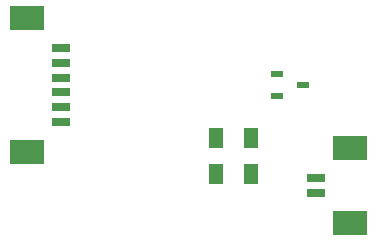
<source format=gbr>
G04 EAGLE Gerber X2 export*
%TF.Part,Single*%
%TF.FileFunction,Paste,Top*%
%TF.FilePolarity,Positive*%
%TF.GenerationSoftware,Autodesk,EAGLE,9.1.0*%
%TF.CreationDate,2020-08-17T16:38:24Z*%
G75*
%MOMM*%
%FSLAX34Y34*%
%LPD*%
%AMOC8*
5,1,8,0,0,1.08239X$1,22.5*%
G01*
%ADD10R,1.050000X0.600000*%
%ADD11R,1.600000X0.800000*%
%ADD12R,3.000000X2.100000*%
%ADD13R,1.160000X1.680000*%


D10*
X337000Y154500D03*
X337000Y135500D03*
X359000Y145000D03*
D11*
X370000Y53750D03*
X370000Y66250D03*
D12*
X399000Y28250D03*
X399000Y91750D03*
D13*
X285250Y100000D03*
X314750Y100000D03*
D11*
X154000Y176250D03*
X154000Y163750D03*
X154000Y151250D03*
X154000Y138750D03*
X154000Y126250D03*
X154000Y113750D03*
D12*
X125000Y201750D03*
X125000Y88250D03*
D13*
X314750Y70000D03*
X285250Y70000D03*
M02*

</source>
